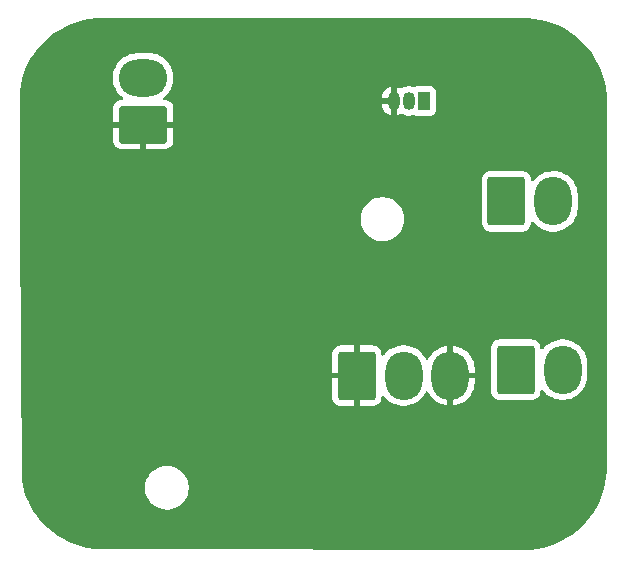
<source format=gbr>
%TF.GenerationSoftware,KiCad,Pcbnew,8.0.5*%
%TF.CreationDate,2024-10-05T15:02:31-05:00*%
%TF.ProjectId,HornsBoard,486f726e-7342-46f6-9172-642e6b696361,0.0*%
%TF.SameCoordinates,Original*%
%TF.FileFunction,Copper,L2,Bot*%
%TF.FilePolarity,Positive*%
%FSLAX46Y46*%
G04 Gerber Fmt 4.6, Leading zero omitted, Abs format (unit mm)*
G04 Created by KiCad (PCBNEW 8.0.5) date 2024-10-05 15:02:31*
%MOMM*%
%LPD*%
G01*
G04 APERTURE LIST*
G04 Aperture macros list*
%AMRoundRect*
0 Rectangle with rounded corners*
0 $1 Rounding radius*
0 $2 $3 $4 $5 $6 $7 $8 $9 X,Y pos of 4 corners*
0 Add a 4 corners polygon primitive as box body*
4,1,4,$2,$3,$4,$5,$6,$7,$8,$9,$2,$3,0*
0 Add four circle primitives for the rounded corners*
1,1,$1+$1,$2,$3*
1,1,$1+$1,$4,$5*
1,1,$1+$1,$6,$7*
1,1,$1+$1,$8,$9*
0 Add four rect primitives between the rounded corners*
20,1,$1+$1,$2,$3,$4,$5,0*
20,1,$1+$1,$4,$5,$6,$7,0*
20,1,$1+$1,$6,$7,$8,$9,0*
20,1,$1+$1,$8,$9,$2,$3,0*%
G04 Aperture macros list end*
%TA.AperFunction,ComponentPad*%
%ADD10RoundRect,0.250000X-1.330000X-1.800000X1.330000X-1.800000X1.330000X1.800000X-1.330000X1.800000X0*%
%TD*%
%TA.AperFunction,ComponentPad*%
%ADD11O,3.160000X4.100000*%
%TD*%
%TA.AperFunction,ComponentPad*%
%ADD12R,1.050000X1.500000*%
%TD*%
%TA.AperFunction,ComponentPad*%
%ADD13O,1.050000X1.500000*%
%TD*%
%TA.AperFunction,ComponentPad*%
%ADD14RoundRect,0.250000X1.800000X-1.330000X1.800000X1.330000X-1.800000X1.330000X-1.800000X-1.330000X0*%
%TD*%
%TA.AperFunction,ComponentPad*%
%ADD15O,4.100000X3.160000*%
%TD*%
%TA.AperFunction,ViaPad*%
%ADD16C,0.800000*%
%TD*%
G04 APERTURE END LIST*
D10*
%TO.P,J4,1,Pin_1*%
%TO.N,Net-(J4-Pin_1)*%
X168250000Y-95000000D03*
D11*
%TO.P,J4,2,Pin_2*%
%TO.N,Net-(J3-Pin_1)*%
X172210000Y-95000000D03*
%TD*%
D12*
%TO.P,Q1,1,D*%
%TO.N,Net-(Q1-D)*%
X161250000Y-86500000D03*
D13*
%TO.P,Q1,2,G*%
%TO.N,Net-(Q1-G)*%
X159980000Y-86500000D03*
%TO.P,Q1,3,S*%
%TO.N,GND*%
X158710000Y-86500000D03*
%TD*%
D14*
%TO.P,J2,1,Pin_1*%
%TO.N,GND*%
X137500000Y-88500000D03*
D15*
%TO.P,J2,2,Pin_2*%
%TO.N,/HornCtrl*%
X137500000Y-84540000D03*
%TD*%
D10*
%TO.P,J3,1,Pin_1*%
%TO.N,Net-(J3-Pin_1)*%
X169040000Y-109250000D03*
D11*
%TO.P,J3,2,Pin_2*%
%TO.N,/HornIn*%
X173000000Y-109250000D03*
%TD*%
D10*
%TO.P,J1,1,Pin_1*%
%TO.N,GND*%
X155580000Y-109750000D03*
D11*
%TO.P,J1,2,Pin_2*%
%TO.N,+24V*%
X159540000Y-109750000D03*
%TO.P,J1,3,Pin_3*%
%TO.N,GND*%
X163500000Y-109750000D03*
%TD*%
D16*
%TO.N,GND*%
X164250000Y-102500000D03*
X151750000Y-111750000D03*
X144500000Y-89000000D03*
%TD*%
%TA.AperFunction,Conductor*%
%TO.N,GND*%
G36*
X170048808Y-79500365D02*
G01*
X170550231Y-79538927D01*
X170559648Y-79540015D01*
X171081656Y-79620784D01*
X171090959Y-79622592D01*
X171605213Y-79743144D01*
X171614373Y-79745667D01*
X172117862Y-79905297D01*
X172126815Y-79908518D01*
X172288453Y-79973786D01*
X172616577Y-80106281D01*
X172625238Y-80110172D01*
X173098394Y-80344908D01*
X173106724Y-80349446D01*
X173560521Y-80619793D01*
X173568474Y-80624955D01*
X173767132Y-80764998D01*
X174000178Y-80929283D01*
X174007739Y-80935060D01*
X174414836Y-81271595D01*
X174421897Y-81277903D01*
X174802015Y-81644689D01*
X174808588Y-81651538D01*
X175159430Y-82046354D01*
X175165473Y-82053704D01*
X175485001Y-82474252D01*
X175490463Y-82482043D01*
X175776816Y-82925872D01*
X175781664Y-82934060D01*
X176033132Y-83398524D01*
X176037338Y-83407059D01*
X176252455Y-83889448D01*
X176255994Y-83898281D01*
X176433486Y-84395740D01*
X176436337Y-84404818D01*
X176575161Y-84914417D01*
X176577308Y-84923687D01*
X176676647Y-85442432D01*
X176678077Y-85451839D01*
X176737414Y-85977264D01*
X176738071Y-85985590D01*
X176749874Y-86247206D01*
X176750000Y-86252795D01*
X176750000Y-117789285D01*
X176749635Y-117798793D01*
X176711073Y-118300212D01*
X176709980Y-118309665D01*
X176629217Y-118831636D01*
X176627402Y-118840976D01*
X176506857Y-119355198D01*
X176504332Y-119364372D01*
X176344703Y-119867861D01*
X176341481Y-119876814D01*
X176143722Y-120366566D01*
X176139823Y-120375246D01*
X175905097Y-120848380D01*
X175900545Y-120856736D01*
X175630215Y-121310506D01*
X175625035Y-121318488D01*
X175320720Y-121750171D01*
X175314943Y-121757731D01*
X174978407Y-122164829D01*
X174972067Y-122171925D01*
X174605326Y-122551998D01*
X174598461Y-122558587D01*
X174203645Y-122909429D01*
X174196295Y-122915472D01*
X173775747Y-123235000D01*
X173767956Y-123240462D01*
X173324127Y-123526815D01*
X173315939Y-123531663D01*
X172851475Y-123783131D01*
X172842940Y-123787337D01*
X172360551Y-124002454D01*
X172351718Y-124005993D01*
X171854259Y-124183485D01*
X171845181Y-124186336D01*
X171335582Y-124325160D01*
X171326312Y-124327307D01*
X170807567Y-124426646D01*
X170798160Y-124428076D01*
X170272735Y-124487413D01*
X170264409Y-124488070D01*
X170002857Y-124499870D01*
X169997143Y-124499996D01*
X134114274Y-124463946D01*
X134113237Y-124463941D01*
X133849035Y-124461466D01*
X133840689Y-124461106D01*
X133313497Y-124420563D01*
X133304044Y-124419470D01*
X132782073Y-124338707D01*
X132772733Y-124336892D01*
X132258510Y-124216347D01*
X132249336Y-124213822D01*
X131745847Y-124054194D01*
X131736894Y-124050972D01*
X131247141Y-123853213D01*
X131238461Y-123849314D01*
X130765327Y-123614588D01*
X130756971Y-123610036D01*
X130625416Y-123531663D01*
X130303192Y-123339701D01*
X130295239Y-123334539D01*
X129863531Y-123030208D01*
X129855975Y-123024434D01*
X129448876Y-122687897D01*
X129441787Y-122681563D01*
X129061704Y-122314813D01*
X129055118Y-122307951D01*
X128934243Y-122171925D01*
X128704268Y-121913125D01*
X128698241Y-121905794D01*
X128378701Y-121485231D01*
X128373239Y-121477439D01*
X128086895Y-121033620D01*
X128082047Y-121025433D01*
X127830573Y-120560957D01*
X127826367Y-120552422D01*
X127790832Y-120472736D01*
X127611247Y-120070024D01*
X127607716Y-120061210D01*
X127430222Y-119563745D01*
X127427371Y-119554667D01*
X127375532Y-119364372D01*
X127311334Y-119128711D01*
X137649500Y-119128711D01*
X137649500Y-119371288D01*
X137681161Y-119611785D01*
X137743947Y-119846104D01*
X137756668Y-119876814D01*
X137836776Y-120070212D01*
X137958064Y-120280289D01*
X137958066Y-120280292D01*
X137958067Y-120280293D01*
X138105733Y-120472736D01*
X138105739Y-120472743D01*
X138277256Y-120644260D01*
X138277262Y-120644265D01*
X138469711Y-120791936D01*
X138679788Y-120913224D01*
X138903900Y-121006054D01*
X139138211Y-121068838D01*
X139318586Y-121092584D01*
X139378711Y-121100500D01*
X139378712Y-121100500D01*
X139621289Y-121100500D01*
X139669388Y-121094167D01*
X139861789Y-121068838D01*
X140096100Y-121006054D01*
X140320212Y-120913224D01*
X140530289Y-120791936D01*
X140722738Y-120644265D01*
X140894265Y-120472738D01*
X141041936Y-120280289D01*
X141163224Y-120070212D01*
X141256054Y-119846100D01*
X141318838Y-119611789D01*
X141350500Y-119371288D01*
X141350500Y-119128712D01*
X141318838Y-118888211D01*
X141256054Y-118653900D01*
X141163224Y-118429788D01*
X141041936Y-118219711D01*
X140894265Y-118027262D01*
X140894260Y-118027256D01*
X140722743Y-117855739D01*
X140722736Y-117855733D01*
X140530293Y-117708067D01*
X140530292Y-117708066D01*
X140530289Y-117708064D01*
X140320212Y-117586776D01*
X140320205Y-117586773D01*
X140096104Y-117493947D01*
X139861785Y-117431161D01*
X139621289Y-117399500D01*
X139621288Y-117399500D01*
X139378712Y-117399500D01*
X139378711Y-117399500D01*
X139138214Y-117431161D01*
X138903895Y-117493947D01*
X138679794Y-117586773D01*
X138679785Y-117586777D01*
X138469706Y-117708067D01*
X138277263Y-117855733D01*
X138277256Y-117855739D01*
X138105739Y-118027256D01*
X138105733Y-118027263D01*
X137958067Y-118219706D01*
X137836777Y-118429785D01*
X137836773Y-118429794D01*
X137743947Y-118653895D01*
X137681161Y-118888214D01*
X137649500Y-119128711D01*
X127311334Y-119128711D01*
X127288545Y-119045056D01*
X127286404Y-119035811D01*
X127219609Y-118687009D01*
X127217398Y-118664380D01*
X127157262Y-107900013D01*
X153500000Y-107900013D01*
X153500000Y-109500000D01*
X154763520Y-109500000D01*
X154762665Y-109502064D01*
X154730000Y-109666282D01*
X154730000Y-109833718D01*
X154762665Y-109997936D01*
X154763520Y-110000000D01*
X153500001Y-110000000D01*
X153500001Y-111599986D01*
X153510494Y-111702697D01*
X153565641Y-111869119D01*
X153565643Y-111869124D01*
X153657684Y-112018345D01*
X153781654Y-112142315D01*
X153930875Y-112234356D01*
X153930880Y-112234358D01*
X154097302Y-112289505D01*
X154097309Y-112289506D01*
X154200019Y-112299999D01*
X155329999Y-112299999D01*
X155330000Y-112299998D01*
X155330000Y-110566480D01*
X155332064Y-110567335D01*
X155496282Y-110600000D01*
X155663718Y-110600000D01*
X155827936Y-110567335D01*
X155830000Y-110566480D01*
X155830000Y-112299999D01*
X156959972Y-112299999D01*
X156959986Y-112299998D01*
X157062697Y-112289505D01*
X157229119Y-112234358D01*
X157229124Y-112234356D01*
X157378345Y-112142315D01*
X157502315Y-112018345D01*
X157594356Y-111869124D01*
X157594358Y-111869119D01*
X157649505Y-111702697D01*
X157649506Y-111702690D01*
X157659999Y-111599986D01*
X157659999Y-111565967D01*
X157679682Y-111498927D01*
X157732485Y-111453171D01*
X157801643Y-111443226D01*
X157865199Y-111472249D01*
X157882374Y-111490477D01*
X157966410Y-111599994D01*
X157966418Y-111600003D01*
X158159996Y-111793581D01*
X158160003Y-111793587D01*
X158179437Y-111808499D01*
X158377202Y-111960250D01*
X158377209Y-111960254D01*
X158614290Y-112097134D01*
X158614295Y-112097136D01*
X158614298Y-112097138D01*
X158723365Y-112142315D01*
X158847757Y-112193840D01*
X158867233Y-112201907D01*
X159131680Y-112272765D01*
X159403112Y-112308500D01*
X159403119Y-112308500D01*
X159676881Y-112308500D01*
X159676888Y-112308500D01*
X159948320Y-112272765D01*
X160212767Y-112201907D01*
X160465702Y-112097138D01*
X160702798Y-111960250D01*
X160919998Y-111793586D01*
X161113586Y-111599998D01*
X161280250Y-111382798D01*
X161417138Y-111145702D01*
X161417139Y-111145697D01*
X161417520Y-111145039D01*
X161468087Y-111096823D01*
X161536694Y-111083600D01*
X161601559Y-111109568D01*
X161632294Y-111145039D01*
X161766831Y-111378066D01*
X161932818Y-111594382D01*
X161932826Y-111594391D01*
X162125609Y-111787174D01*
X162125617Y-111787181D01*
X162341933Y-111953168D01*
X162578062Y-112089496D01*
X162578072Y-112089500D01*
X162829970Y-112193840D01*
X163093344Y-112264411D01*
X163250000Y-112285034D01*
X163250000Y-110566480D01*
X163252064Y-110567335D01*
X163416282Y-110600000D01*
X163583718Y-110600000D01*
X163747936Y-110567335D01*
X163750000Y-110566480D01*
X163750000Y-112285033D01*
X163906655Y-112264411D01*
X164170029Y-112193840D01*
X164421927Y-112089500D01*
X164421937Y-112089496D01*
X164658066Y-111953168D01*
X164874382Y-111787181D01*
X164874391Y-111787174D01*
X165067174Y-111594391D01*
X165067181Y-111594382D01*
X165233168Y-111378066D01*
X165369496Y-111141937D01*
X165369500Y-111141927D01*
X165473840Y-110890029D01*
X165544411Y-110626655D01*
X165580000Y-110356330D01*
X165580000Y-110000000D01*
X164316480Y-110000000D01*
X164317335Y-109997936D01*
X164350000Y-109833718D01*
X164350000Y-109666282D01*
X164317335Y-109502064D01*
X164316480Y-109500000D01*
X165580000Y-109500000D01*
X165580000Y-109143669D01*
X165544411Y-108873344D01*
X165473840Y-108609970D01*
X165369500Y-108358072D01*
X165369496Y-108358062D01*
X165233168Y-108121933D01*
X165067181Y-107905617D01*
X165067174Y-107905609D01*
X164874391Y-107712826D01*
X164874382Y-107712818D01*
X164658066Y-107546831D01*
X164421937Y-107410503D01*
X164421927Y-107410499D01*
X164395245Y-107399447D01*
X166951500Y-107399447D01*
X166951500Y-111100537D01*
X166951501Y-111100553D01*
X166955728Y-111141927D01*
X166962113Y-111204426D01*
X167017885Y-111372738D01*
X167110970Y-111523652D01*
X167236348Y-111649030D01*
X167387262Y-111742115D01*
X167555574Y-111797887D01*
X167659455Y-111808500D01*
X170420544Y-111808499D01*
X170524426Y-111797887D01*
X170692738Y-111742115D01*
X170843652Y-111649030D01*
X170969030Y-111523652D01*
X171062115Y-111372738D01*
X171117887Y-111204426D01*
X171128500Y-111100545D01*
X171128499Y-111077042D01*
X171148181Y-111010005D01*
X171200983Y-110964249D01*
X171270141Y-110954302D01*
X171333698Y-110983325D01*
X171350874Y-111001553D01*
X171426412Y-111099996D01*
X171426418Y-111100003D01*
X171619996Y-111293581D01*
X171620003Y-111293587D01*
X171723157Y-111372740D01*
X171837202Y-111460250D01*
X171837209Y-111460254D01*
X172074290Y-111597134D01*
X172074295Y-111597136D01*
X172074298Y-111597138D01*
X172327233Y-111701907D01*
X172591680Y-111772765D01*
X172850046Y-111806779D01*
X172863096Y-111808498D01*
X172863112Y-111808500D01*
X172863119Y-111808500D01*
X173136881Y-111808500D01*
X173136888Y-111808500D01*
X173408320Y-111772765D01*
X173672767Y-111701907D01*
X173925702Y-111597138D01*
X174162798Y-111460250D01*
X174379998Y-111293586D01*
X174573586Y-111099998D01*
X174740250Y-110882798D01*
X174877138Y-110645702D01*
X174981907Y-110392767D01*
X175052765Y-110128320D01*
X175088500Y-109856888D01*
X175088500Y-108643112D01*
X175052765Y-108371680D01*
X174981907Y-108107233D01*
X174877138Y-107854298D01*
X174877136Y-107854295D01*
X174877134Y-107854290D01*
X174740254Y-107617209D01*
X174740250Y-107617202D01*
X174573586Y-107400002D01*
X174573581Y-107399996D01*
X174380003Y-107206418D01*
X174379996Y-107206412D01*
X174162806Y-107039756D01*
X174162804Y-107039754D01*
X174162798Y-107039750D01*
X174162793Y-107039747D01*
X174162790Y-107039745D01*
X173925709Y-106902865D01*
X173925698Y-106902860D01*
X173672776Y-106798096D01*
X173672769Y-106798094D01*
X173672767Y-106798093D01*
X173408320Y-106727235D01*
X173362959Y-106721263D01*
X173136895Y-106691500D01*
X173136888Y-106691500D01*
X172863112Y-106691500D01*
X172863104Y-106691500D01*
X172604745Y-106725514D01*
X172591680Y-106727235D01*
X172327233Y-106798093D01*
X172327223Y-106798096D01*
X172074301Y-106902860D01*
X172074290Y-106902865D01*
X171837209Y-107039745D01*
X171837193Y-107039756D01*
X171620003Y-107206412D01*
X171619996Y-107206418D01*
X171426418Y-107399996D01*
X171350875Y-107498446D01*
X171294447Y-107539648D01*
X171224701Y-107543803D01*
X171163780Y-107509590D01*
X171131028Y-107447873D01*
X171128499Y-107422959D01*
X171128499Y-107399462D01*
X171128498Y-107399446D01*
X171118968Y-107306159D01*
X171117887Y-107295574D01*
X171062115Y-107127262D01*
X170969030Y-106976348D01*
X170843652Y-106850970D01*
X170692738Y-106757885D01*
X170600238Y-106727234D01*
X170524427Y-106702113D01*
X170420545Y-106691500D01*
X167659462Y-106691500D01*
X167659446Y-106691501D01*
X167555572Y-106702113D01*
X167387264Y-106757884D01*
X167387259Y-106757886D01*
X167236346Y-106850971D01*
X167110971Y-106976346D01*
X167017886Y-107127259D01*
X167017884Y-107127264D01*
X166962113Y-107295572D01*
X166951500Y-107399447D01*
X164395245Y-107399447D01*
X164170029Y-107306159D01*
X163906655Y-107235588D01*
X163750000Y-107214963D01*
X163750000Y-108933519D01*
X163747936Y-108932665D01*
X163583718Y-108900000D01*
X163416282Y-108900000D01*
X163252064Y-108932665D01*
X163250000Y-108933519D01*
X163250000Y-107214963D01*
X163249999Y-107214963D01*
X163093344Y-107235588D01*
X162829970Y-107306159D01*
X162578072Y-107410499D01*
X162578062Y-107410503D01*
X162341933Y-107546831D01*
X162125617Y-107712818D01*
X161932818Y-107905617D01*
X161766831Y-108121933D01*
X161632294Y-108354960D01*
X161581727Y-108403176D01*
X161513120Y-108416399D01*
X161448255Y-108390431D01*
X161417520Y-108354960D01*
X161280253Y-108117208D01*
X161280250Y-108117202D01*
X161117895Y-107905617D01*
X161113587Y-107900003D01*
X161113581Y-107899996D01*
X160920003Y-107706418D01*
X160919996Y-107706412D01*
X160702806Y-107539756D01*
X160702804Y-107539754D01*
X160702798Y-107539750D01*
X160702793Y-107539747D01*
X160702790Y-107539745D01*
X160465709Y-107402865D01*
X160465698Y-107402860D01*
X160212776Y-107298096D01*
X160212769Y-107298094D01*
X160212767Y-107298093D01*
X159948320Y-107227235D01*
X159902959Y-107221263D01*
X159676895Y-107191500D01*
X159676888Y-107191500D01*
X159403112Y-107191500D01*
X159403104Y-107191500D01*
X159144745Y-107225514D01*
X159131680Y-107227235D01*
X158988346Y-107265641D01*
X158867233Y-107298093D01*
X158867223Y-107298096D01*
X158614301Y-107402860D01*
X158614290Y-107402865D01*
X158377209Y-107539745D01*
X158377193Y-107539756D01*
X158160003Y-107706412D01*
X158159996Y-107706418D01*
X157966418Y-107899996D01*
X157966410Y-107900005D01*
X157882374Y-108009523D01*
X157825946Y-108050725D01*
X157756200Y-108054880D01*
X157695280Y-108020667D01*
X157662528Y-107958950D01*
X157659999Y-107934036D01*
X157659999Y-107900028D01*
X157659998Y-107900013D01*
X157649505Y-107797302D01*
X157594358Y-107630880D01*
X157594356Y-107630875D01*
X157502315Y-107481654D01*
X157378345Y-107357684D01*
X157229124Y-107265643D01*
X157229119Y-107265641D01*
X157062697Y-107210494D01*
X157062690Y-107210493D01*
X156959986Y-107200000D01*
X155830000Y-107200000D01*
X155830000Y-108933519D01*
X155827936Y-108932665D01*
X155663718Y-108900000D01*
X155496282Y-108900000D01*
X155332064Y-108932665D01*
X155330000Y-108933519D01*
X155330000Y-107200000D01*
X154200028Y-107200000D01*
X154200012Y-107200001D01*
X154097302Y-107210494D01*
X153930880Y-107265641D01*
X153930875Y-107265643D01*
X153781654Y-107357684D01*
X153657684Y-107481654D01*
X153565643Y-107630875D01*
X153565641Y-107630880D01*
X153510494Y-107797302D01*
X153510493Y-107797309D01*
X153500000Y-107900013D01*
X127157262Y-107900013D01*
X127092897Y-96378711D01*
X155899500Y-96378711D01*
X155899500Y-96621288D01*
X155929682Y-96850553D01*
X155931162Y-96861789D01*
X155962554Y-96978944D01*
X155993947Y-97096104D01*
X156086773Y-97320205D01*
X156086776Y-97320212D01*
X156208064Y-97530289D01*
X156208066Y-97530292D01*
X156208067Y-97530293D01*
X156355733Y-97722736D01*
X156355739Y-97722743D01*
X156527256Y-97894260D01*
X156527262Y-97894265D01*
X156719711Y-98041936D01*
X156929788Y-98163224D01*
X157153900Y-98256054D01*
X157388211Y-98318838D01*
X157568586Y-98342584D01*
X157628711Y-98350500D01*
X157628712Y-98350500D01*
X157871289Y-98350500D01*
X157919388Y-98344167D01*
X158111789Y-98318838D01*
X158346100Y-98256054D01*
X158570212Y-98163224D01*
X158780289Y-98041936D01*
X158972738Y-97894265D01*
X159144265Y-97722738D01*
X159291936Y-97530289D01*
X159413224Y-97320212D01*
X159506054Y-97096100D01*
X159568838Y-96861789D01*
X159600500Y-96621288D01*
X159600500Y-96378712D01*
X159568838Y-96138211D01*
X159506054Y-95903900D01*
X159413224Y-95679788D01*
X159291936Y-95469711D01*
X159144265Y-95277262D01*
X159144260Y-95277256D01*
X158972743Y-95105739D01*
X158972736Y-95105733D01*
X158780293Y-94958067D01*
X158780292Y-94958066D01*
X158780289Y-94958064D01*
X158570212Y-94836776D01*
X158570205Y-94836773D01*
X158346104Y-94743947D01*
X158111785Y-94681161D01*
X157871289Y-94649500D01*
X157871288Y-94649500D01*
X157628712Y-94649500D01*
X157628711Y-94649500D01*
X157388214Y-94681161D01*
X157153895Y-94743947D01*
X156929794Y-94836773D01*
X156929785Y-94836777D01*
X156719706Y-94958067D01*
X156527263Y-95105733D01*
X156527256Y-95105739D01*
X156355739Y-95277256D01*
X156355733Y-95277263D01*
X156208067Y-95469706D01*
X156086777Y-95679785D01*
X156086773Y-95679794D01*
X155993947Y-95903895D01*
X155931161Y-96138214D01*
X155899500Y-96378711D01*
X127092897Y-96378711D01*
X127074856Y-93149447D01*
X166161500Y-93149447D01*
X166161500Y-96850537D01*
X166161501Y-96850553D01*
X166172113Y-96954427D01*
X166227884Y-97122735D01*
X166227885Y-97122738D01*
X166320970Y-97273652D01*
X166446348Y-97399030D01*
X166597262Y-97492115D01*
X166765574Y-97547887D01*
X166869455Y-97558500D01*
X169630544Y-97558499D01*
X169734426Y-97547887D01*
X169902738Y-97492115D01*
X170053652Y-97399030D01*
X170179030Y-97273652D01*
X170272115Y-97122738D01*
X170327887Y-96954426D01*
X170338500Y-96850545D01*
X170338499Y-96827042D01*
X170358181Y-96760005D01*
X170410983Y-96714249D01*
X170480141Y-96704302D01*
X170543698Y-96733325D01*
X170560874Y-96751553D01*
X170636412Y-96849996D01*
X170636418Y-96850003D01*
X170829996Y-97043581D01*
X170830003Y-97043587D01*
X170933157Y-97122740D01*
X171047202Y-97210250D01*
X171047209Y-97210254D01*
X171284290Y-97347134D01*
X171284295Y-97347136D01*
X171284298Y-97347138D01*
X171537233Y-97451907D01*
X171801680Y-97522765D01*
X172060046Y-97556779D01*
X172073096Y-97558498D01*
X172073112Y-97558500D01*
X172073119Y-97558500D01*
X172346881Y-97558500D01*
X172346888Y-97558500D01*
X172618320Y-97522765D01*
X172882767Y-97451907D01*
X173135702Y-97347138D01*
X173372798Y-97210250D01*
X173589998Y-97043586D01*
X173783586Y-96849998D01*
X173950250Y-96632798D01*
X174087138Y-96395702D01*
X174191907Y-96142767D01*
X174262765Y-95878320D01*
X174298500Y-95606888D01*
X174298500Y-94393112D01*
X174262765Y-94121680D01*
X174191907Y-93857233D01*
X174087138Y-93604298D01*
X174087136Y-93604295D01*
X174087134Y-93604290D01*
X173950254Y-93367209D01*
X173950250Y-93367202D01*
X173783586Y-93150002D01*
X173783581Y-93149996D01*
X173590003Y-92956418D01*
X173589996Y-92956412D01*
X173372806Y-92789756D01*
X173372804Y-92789754D01*
X173372798Y-92789750D01*
X173372793Y-92789747D01*
X173372790Y-92789745D01*
X173135709Y-92652865D01*
X173135698Y-92652860D01*
X172882776Y-92548096D01*
X172882769Y-92548094D01*
X172882767Y-92548093D01*
X172618320Y-92477235D01*
X172572959Y-92471263D01*
X172346895Y-92441500D01*
X172346888Y-92441500D01*
X172073112Y-92441500D01*
X172073104Y-92441500D01*
X171814745Y-92475514D01*
X171801680Y-92477235D01*
X171537233Y-92548093D01*
X171537223Y-92548096D01*
X171284301Y-92652860D01*
X171284290Y-92652865D01*
X171047209Y-92789745D01*
X171047193Y-92789756D01*
X170830003Y-92956412D01*
X170829996Y-92956418D01*
X170636418Y-93149996D01*
X170560875Y-93248446D01*
X170504447Y-93289648D01*
X170434701Y-93293803D01*
X170373780Y-93259590D01*
X170341028Y-93197873D01*
X170338499Y-93172959D01*
X170338499Y-93149462D01*
X170338498Y-93149446D01*
X170338218Y-93146707D01*
X170327887Y-93045574D01*
X170272115Y-92877262D01*
X170179030Y-92726348D01*
X170053652Y-92600970D01*
X169902738Y-92507885D01*
X169810238Y-92477234D01*
X169734427Y-92452113D01*
X169630545Y-92441500D01*
X166869462Y-92441500D01*
X166869446Y-92441501D01*
X166765572Y-92452113D01*
X166597264Y-92507884D01*
X166597259Y-92507886D01*
X166446346Y-92600971D01*
X166320971Y-92726346D01*
X166227886Y-92877259D01*
X166227884Y-92877264D01*
X166172113Y-93045572D01*
X166161500Y-93149447D01*
X127074856Y-93149447D01*
X127033652Y-85773818D01*
X127034015Y-85763631D01*
X127038693Y-85702806D01*
X127038927Y-85699766D01*
X127040015Y-85690354D01*
X127120785Y-85168338D01*
X127122591Y-85159045D01*
X127243146Y-84644780D01*
X127245667Y-84635626D01*
X127319388Y-84403104D01*
X134941500Y-84403104D01*
X134941500Y-84676895D01*
X134971263Y-84902959D01*
X134977235Y-84948320D01*
X135048093Y-85212766D01*
X135048096Y-85212776D01*
X135152860Y-85465698D01*
X135152865Y-85465709D01*
X135289745Y-85702790D01*
X135289756Y-85702806D01*
X135456412Y-85919996D01*
X135456418Y-85920003D01*
X135649996Y-86113581D01*
X135650003Y-86113587D01*
X135759522Y-86197624D01*
X135800725Y-86254052D01*
X135804880Y-86323798D01*
X135770668Y-86384718D01*
X135708951Y-86417471D01*
X135684039Y-86420000D01*
X135650030Y-86420000D01*
X135650012Y-86420001D01*
X135547302Y-86430494D01*
X135380880Y-86485641D01*
X135380875Y-86485643D01*
X135231654Y-86577684D01*
X135107684Y-86701654D01*
X135015643Y-86850875D01*
X135015641Y-86850880D01*
X134960494Y-87017302D01*
X134960493Y-87017309D01*
X134950000Y-87120013D01*
X134950000Y-88250000D01*
X136683520Y-88250000D01*
X136682665Y-88252064D01*
X136650000Y-88416282D01*
X136650000Y-88583718D01*
X136682665Y-88747936D01*
X136683520Y-88750000D01*
X134950001Y-88750000D01*
X134950001Y-89879986D01*
X134960494Y-89982697D01*
X135015641Y-90149119D01*
X135015643Y-90149124D01*
X135107684Y-90298345D01*
X135231654Y-90422315D01*
X135380875Y-90514356D01*
X135380880Y-90514358D01*
X135547302Y-90569505D01*
X135547309Y-90569506D01*
X135650019Y-90579999D01*
X137249999Y-90579999D01*
X137250000Y-90579998D01*
X137250000Y-89316480D01*
X137252064Y-89317335D01*
X137416282Y-89350000D01*
X137583718Y-89350000D01*
X137747936Y-89317335D01*
X137750000Y-89316480D01*
X137750000Y-90579999D01*
X139349972Y-90579999D01*
X139349986Y-90579998D01*
X139452697Y-90569505D01*
X139619119Y-90514358D01*
X139619124Y-90514356D01*
X139768345Y-90422315D01*
X139892315Y-90298345D01*
X139984356Y-90149124D01*
X139984358Y-90149119D01*
X140039505Y-89982697D01*
X140039506Y-89982690D01*
X140049999Y-89879986D01*
X140050000Y-89879973D01*
X140050000Y-88750000D01*
X138316480Y-88750000D01*
X138317335Y-88747936D01*
X138350000Y-88583718D01*
X138350000Y-88416282D01*
X138317335Y-88252064D01*
X138316480Y-88250000D01*
X140049999Y-88250000D01*
X140049999Y-87120028D01*
X140049998Y-87120013D01*
X140039505Y-87017302D01*
X139984358Y-86850880D01*
X139984356Y-86850875D01*
X139892315Y-86701654D01*
X139768345Y-86577684D01*
X139619124Y-86485643D01*
X139619119Y-86485641D01*
X139452697Y-86430494D01*
X139452690Y-86430493D01*
X139349986Y-86420000D01*
X139315964Y-86420000D01*
X139248925Y-86400315D01*
X139203170Y-86347511D01*
X139193226Y-86278353D01*
X139222251Y-86214797D01*
X139240478Y-86197624D01*
X139271212Y-86174041D01*
X157685000Y-86174041D01*
X157685000Y-86250000D01*
X158429670Y-86250000D01*
X158409925Y-86269745D01*
X158360556Y-86355255D01*
X158335000Y-86450630D01*
X158335000Y-86549370D01*
X158360556Y-86644745D01*
X158409925Y-86730255D01*
X158429670Y-86750000D01*
X157685000Y-86750000D01*
X157685000Y-86825958D01*
X157724387Y-87023974D01*
X157724390Y-87023983D01*
X157801652Y-87210513D01*
X157801659Y-87210526D01*
X157913829Y-87378399D01*
X157913832Y-87378403D01*
X158056596Y-87521167D01*
X158056600Y-87521170D01*
X158224473Y-87633340D01*
X158224486Y-87633347D01*
X158411016Y-87710609D01*
X158411025Y-87710612D01*
X158460000Y-87720353D01*
X158460000Y-86780330D01*
X158479745Y-86800075D01*
X158565255Y-86849444D01*
X158660630Y-86875000D01*
X158759370Y-86875000D01*
X158854745Y-86849444D01*
X158940255Y-86800075D01*
X158946500Y-86793830D01*
X158946500Y-86826793D01*
X158957617Y-86882679D01*
X158960000Y-86906871D01*
X158960000Y-87720352D01*
X159008974Y-87710612D01*
X159008983Y-87710609D01*
X159195515Y-87633346D01*
X159195518Y-87633344D01*
X159268458Y-87584607D01*
X159335135Y-87563728D01*
X159402516Y-87582212D01*
X159406191Y-87584573D01*
X159490454Y-87640876D01*
X159490456Y-87640877D01*
X159490460Y-87640879D01*
X159658805Y-87710609D01*
X159678539Y-87718783D01*
X159819088Y-87746740D01*
X159878204Y-87758499D01*
X159878207Y-87758500D01*
X159878209Y-87758500D01*
X160081793Y-87758500D01*
X160081794Y-87758499D01*
X160281461Y-87718783D01*
X160358656Y-87686807D01*
X160428122Y-87679339D01*
X160470403Y-87697744D01*
X160471008Y-87696637D01*
X160478793Y-87700888D01*
X160530978Y-87720352D01*
X160615799Y-87751989D01*
X160643050Y-87754918D01*
X160676345Y-87758499D01*
X160676362Y-87758500D01*
X161823638Y-87758500D01*
X161823654Y-87758499D01*
X161850692Y-87755591D01*
X161884201Y-87751989D01*
X162021204Y-87700889D01*
X162138261Y-87613261D01*
X162225889Y-87496204D01*
X162276989Y-87359201D01*
X162280591Y-87325692D01*
X162283499Y-87298654D01*
X162283500Y-87298637D01*
X162283500Y-85701362D01*
X162283499Y-85701345D01*
X162280157Y-85670270D01*
X162276989Y-85640799D01*
X162267807Y-85616182D01*
X162254522Y-85580564D01*
X162225889Y-85503796D01*
X162138261Y-85386739D01*
X162021204Y-85299111D01*
X162021201Y-85299110D01*
X161884203Y-85248011D01*
X161823654Y-85241500D01*
X161823638Y-85241500D01*
X160676362Y-85241500D01*
X160676345Y-85241500D01*
X160615797Y-85248011D01*
X160615795Y-85248011D01*
X160488915Y-85295336D01*
X160478796Y-85299111D01*
X160478792Y-85299113D01*
X160471012Y-85303362D01*
X160470125Y-85301737D01*
X160414945Y-85322315D01*
X160358657Y-85313192D01*
X160281461Y-85281217D01*
X160281454Y-85281215D01*
X160281453Y-85281215D01*
X160281453Y-85281214D01*
X160081794Y-85241500D01*
X160081791Y-85241500D01*
X159878209Y-85241500D01*
X159878206Y-85241500D01*
X159678546Y-85281215D01*
X159678534Y-85281218D01*
X159490457Y-85359122D01*
X159406240Y-85415393D01*
X159339562Y-85436270D01*
X159272182Y-85417785D01*
X159268459Y-85415392D01*
X159195526Y-85366659D01*
X159195513Y-85366652D01*
X159008984Y-85289390D01*
X159008977Y-85289388D01*
X158960000Y-85279645D01*
X158960000Y-86093128D01*
X158957617Y-86117320D01*
X158946500Y-86173206D01*
X158946500Y-86206170D01*
X158940255Y-86199925D01*
X158854745Y-86150556D01*
X158759370Y-86125000D01*
X158660630Y-86125000D01*
X158565255Y-86150556D01*
X158479745Y-86199925D01*
X158460000Y-86219670D01*
X158460000Y-85279646D01*
X158459999Y-85279645D01*
X158411022Y-85289388D01*
X158411015Y-85289390D01*
X158224486Y-85366652D01*
X158224473Y-85366659D01*
X158056600Y-85478829D01*
X158056596Y-85478832D01*
X157913832Y-85621596D01*
X157913829Y-85621600D01*
X157801659Y-85789473D01*
X157801652Y-85789486D01*
X157724390Y-85976016D01*
X157724387Y-85976025D01*
X157685000Y-86174041D01*
X139271212Y-86174041D01*
X139301818Y-86150556D01*
X139349998Y-86113586D01*
X139543586Y-85919998D01*
X139710250Y-85702798D01*
X139847138Y-85465702D01*
X139951907Y-85212767D01*
X140022765Y-84948320D01*
X140058500Y-84676888D01*
X140058500Y-84403112D01*
X140022765Y-84131680D01*
X139951907Y-83867233D01*
X139847138Y-83614298D01*
X139847136Y-83614295D01*
X139847134Y-83614290D01*
X139710254Y-83377209D01*
X139710250Y-83377202D01*
X139543586Y-83160002D01*
X139543581Y-83159996D01*
X139350003Y-82966418D01*
X139349996Y-82966412D01*
X139132806Y-82799756D01*
X139132804Y-82799754D01*
X139132798Y-82799750D01*
X139132793Y-82799747D01*
X139132790Y-82799745D01*
X138895709Y-82662865D01*
X138895698Y-82662860D01*
X138642776Y-82558096D01*
X138642769Y-82558094D01*
X138642767Y-82558093D01*
X138378320Y-82487235D01*
X138332959Y-82481263D01*
X138106895Y-82451500D01*
X138106888Y-82451500D01*
X136893112Y-82451500D01*
X136893104Y-82451500D01*
X136634745Y-82485514D01*
X136621680Y-82487235D01*
X136357233Y-82558093D01*
X136357223Y-82558096D01*
X136104301Y-82662860D01*
X136104290Y-82662865D01*
X135867209Y-82799745D01*
X135867193Y-82799756D01*
X135650003Y-82966412D01*
X135649996Y-82966418D01*
X135456418Y-83159996D01*
X135456412Y-83160003D01*
X135289756Y-83377193D01*
X135289745Y-83377209D01*
X135152865Y-83614290D01*
X135152860Y-83614301D01*
X135048096Y-83867223D01*
X135048093Y-83867233D01*
X134979512Y-84123184D01*
X134977236Y-84131677D01*
X134977234Y-84131688D01*
X134941500Y-84403104D01*
X127319388Y-84403104D01*
X127405297Y-84132137D01*
X127408518Y-84123184D01*
X127499333Y-83898281D01*
X127606285Y-83633413D01*
X127610167Y-83624770D01*
X127844913Y-83151594D01*
X127849439Y-83143286D01*
X128119800Y-82689466D01*
X128124946Y-82681537D01*
X128429289Y-82249813D01*
X128435053Y-82242268D01*
X128771606Y-81835150D01*
X128777891Y-81828114D01*
X129144702Y-81447970D01*
X129151521Y-81441426D01*
X129546376Y-81090550D01*
X129553681Y-81084544D01*
X129974259Y-80764992D01*
X129982035Y-80759541D01*
X130425892Y-80473170D01*
X130434040Y-80468346D01*
X130898544Y-80216856D01*
X130907038Y-80212670D01*
X131389471Y-79997534D01*
X131398257Y-79994014D01*
X131895750Y-79816509D01*
X131904807Y-79813665D01*
X132414435Y-79674833D01*
X132423668Y-79672695D01*
X132942437Y-79573351D01*
X132951834Y-79571922D01*
X133477280Y-79512583D01*
X133485575Y-79511929D01*
X133747207Y-79500125D01*
X133752795Y-79500000D01*
X170039300Y-79500000D01*
X170048808Y-79500365D01*
G37*
%TD.AperFunction*%
%TD*%
M02*

</source>
